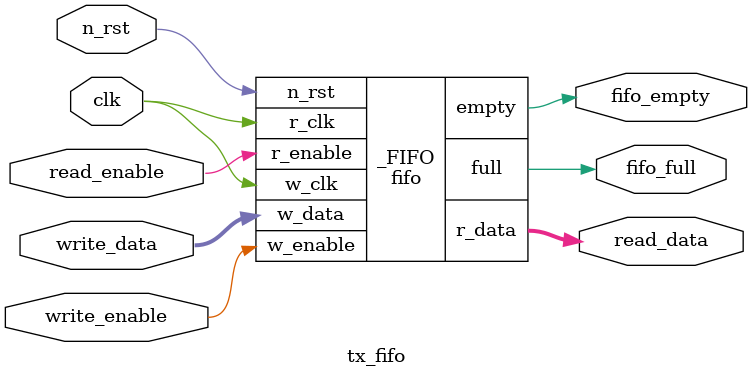
<source format=v>

module fiforam ( wclk, wenable, waddr, raddr, wdata, rdata );
  input [2:0] waddr;
  input [2:0] raddr;
  input [7:0] wdata;
  output [7:0] rdata;
  input wclk, wenable;
  wire   \fiforeg[0][7] , \fiforeg[0][6] , \fiforeg[0][5] , \fiforeg[0][4] ,
         \fiforeg[0][3] , \fiforeg[0][2] , \fiforeg[0][1] , \fiforeg[0][0] ,
         \fiforeg[1][7] , \fiforeg[1][6] , \fiforeg[1][5] , \fiforeg[1][4] ,
         \fiforeg[1][3] , \fiforeg[1][2] , \fiforeg[1][1] , \fiforeg[1][0] ,
         \fiforeg[2][7] , \fiforeg[2][6] , \fiforeg[2][5] , \fiforeg[2][4] ,
         \fiforeg[2][3] , \fiforeg[2][2] , \fiforeg[2][1] , \fiforeg[2][0] ,
         \fiforeg[3][7] , \fiforeg[3][6] , \fiforeg[3][5] , \fiforeg[3][4] ,
         \fiforeg[3][3] , \fiforeg[3][2] , \fiforeg[3][1] , \fiforeg[3][0] ,
         \fiforeg[4][7] , \fiforeg[4][6] , \fiforeg[4][5] , \fiforeg[4][4] ,
         \fiforeg[4][3] , \fiforeg[4][2] , \fiforeg[4][1] , \fiforeg[4][0] ,
         \fiforeg[5][7] , \fiforeg[5][6] , \fiforeg[5][5] , \fiforeg[5][4] ,
         \fiforeg[5][3] , \fiforeg[5][2] , \fiforeg[5][1] , \fiforeg[5][0] ,
         \fiforeg[6][7] , \fiforeg[6][6] , \fiforeg[6][5] , \fiforeg[6][4] ,
         \fiforeg[6][3] , \fiforeg[6][2] , \fiforeg[6][1] , \fiforeg[6][0] ,
         \fiforeg[7][7] , \fiforeg[7][6] , \fiforeg[7][5] , \fiforeg[7][4] ,
         \fiforeg[7][3] , \fiforeg[7][2] , \fiforeg[7][1] , \fiforeg[7][0] ,
         n212, n213, n214, n215, n216, n217, n218, n219, n220, n221, n222,
         n223, n224, n225, n226, n227, n228, n229, n230, n231, n232, n233,
         n234, n235, n236, n237, n238, n239, n240, n241, n242, n243, n244,
         n245, n246, n247, n248, n249, n250, n251, n252, n253, n254, n255,
         n256, n257, n258, n259, n260, n261, n262, n263, n264, n265, n266,
         n267, n268, n269, n270, n271, n272, n273, n274, n275, n1, n2, n3, n4,
         n5, n6, n7, n8, n9, n10, n11, n12, n13, n14, n15, n16, n17, n18, n19,
         n20, n21, n22, n23, n24, n25, n26, n27, n28, n29, n30, n31, n32, n33,
         n34, n35, n36, n37, n38, n39, n40, n41, n42, n43, n44, n45, n46, n47,
         n48, n49, n50, n51, n52, n53, n54, n55, n56, n57, n58, n59, n60, n61,
         n62, n63, n64, n65, n66, n67, n68, n69, n70, n71, n72, n73, n74, n75,
         n76, n77, n78, n79, n80, n81, n82, n83, n84, n85, n86, n87, n88, n89,
         n90, n91, n92, n93, n94, n95, n96, n97, n98, n99, n100, n101, n102,
         n103, n104, n105, n106, n107, n108, n109, n110, n111, n112, n113,
         n114, n115, n116, n117, n118, n119, n120, n121, n122, n123, n124,
         n125, n126, n127, n128, n129, n130, n131, n132, n133, n134, n135,
         n136, n137, n138, n139, n140, n141, n142, n143, n144, n145, n146,
         n147, n148, n149, n150, n151, n152, n153, n154, n155, n156, n157,
         n158, n159, n160, n161, n162, n163, n164, n165, n166, n167, n168,
         n169, n170, n171, n172, n173, n174, n175, n176, n177, n178, n179,
         n180, n181, n182, n183, n184, n185, n186, n187, n188, n189, n190,
         n191, n192, n193, n194;

  DFFPOSX1 \fiforeg_reg[7][7]  ( .D(n212), .CLK(wclk), .Q(\fiforeg[7][7] ) );
  DFFPOSX1 \fiforeg_reg[6][7]  ( .D(n213), .CLK(wclk), .Q(\fiforeg[6][7] ) );
  DFFPOSX1 \fiforeg_reg[5][7]  ( .D(n214), .CLK(wclk), .Q(\fiforeg[5][7] ) );
  DFFPOSX1 \fiforeg_reg[4][7]  ( .D(n215), .CLK(wclk), .Q(\fiforeg[4][7] ) );
  DFFPOSX1 \fiforeg_reg[3][7]  ( .D(n216), .CLK(wclk), .Q(\fiforeg[3][7] ) );
  DFFPOSX1 \fiforeg_reg[2][7]  ( .D(n217), .CLK(wclk), .Q(\fiforeg[2][7] ) );
  DFFPOSX1 \fiforeg_reg[1][7]  ( .D(n218), .CLK(wclk), .Q(\fiforeg[1][7] ) );
  DFFPOSX1 \fiforeg_reg[0][7]  ( .D(n219), .CLK(wclk), .Q(\fiforeg[0][7] ) );
  DFFPOSX1 \fiforeg_reg[7][6]  ( .D(n220), .CLK(wclk), .Q(\fiforeg[7][6] ) );
  DFFPOSX1 \fiforeg_reg[6][6]  ( .D(n221), .CLK(wclk), .Q(\fiforeg[6][6] ) );
  DFFPOSX1 \fiforeg_reg[5][6]  ( .D(n222), .CLK(wclk), .Q(\fiforeg[5][6] ) );
  DFFPOSX1 \fiforeg_reg[4][6]  ( .D(n223), .CLK(wclk), .Q(\fiforeg[4][6] ) );
  DFFPOSX1 \fiforeg_reg[3][6]  ( .D(n224), .CLK(wclk), .Q(\fiforeg[3][6] ) );
  DFFPOSX1 \fiforeg_reg[2][6]  ( .D(n225), .CLK(wclk), .Q(\fiforeg[2][6] ) );
  DFFPOSX1 \fiforeg_reg[1][6]  ( .D(n226), .CLK(wclk), .Q(\fiforeg[1][6] ) );
  DFFPOSX1 \fiforeg_reg[0][6]  ( .D(n227), .CLK(wclk), .Q(\fiforeg[0][6] ) );
  DFFPOSX1 \fiforeg_reg[7][5]  ( .D(n228), .CLK(wclk), .Q(\fiforeg[7][5] ) );
  DFFPOSX1 \fiforeg_reg[6][5]  ( .D(n229), .CLK(wclk), .Q(\fiforeg[6][5] ) );
  DFFPOSX1 \fiforeg_reg[5][5]  ( .D(n230), .CLK(wclk), .Q(\fiforeg[5][5] ) );
  DFFPOSX1 \fiforeg_reg[4][5]  ( .D(n231), .CLK(wclk), .Q(\fiforeg[4][5] ) );
  DFFPOSX1 \fiforeg_reg[3][5]  ( .D(n232), .CLK(wclk), .Q(\fiforeg[3][5] ) );
  DFFPOSX1 \fiforeg_reg[2][5]  ( .D(n233), .CLK(wclk), .Q(\fiforeg[2][5] ) );
  DFFPOSX1 \fiforeg_reg[1][5]  ( .D(n234), .CLK(wclk), .Q(\fiforeg[1][5] ) );
  DFFPOSX1 \fiforeg_reg[0][5]  ( .D(n235), .CLK(wclk), .Q(\fiforeg[0][5] ) );
  DFFPOSX1 \fiforeg_reg[7][4]  ( .D(n236), .CLK(wclk), .Q(\fiforeg[7][4] ) );
  DFFPOSX1 \fiforeg_reg[6][4]  ( .D(n237), .CLK(wclk), .Q(\fiforeg[6][4] ) );
  DFFPOSX1 \fiforeg_reg[5][4]  ( .D(n238), .CLK(wclk), .Q(\fiforeg[5][4] ) );
  DFFPOSX1 \fiforeg_reg[4][4]  ( .D(n239), .CLK(wclk), .Q(\fiforeg[4][4] ) );
  DFFPOSX1 \fiforeg_reg[3][4]  ( .D(n240), .CLK(wclk), .Q(\fiforeg[3][4] ) );
  DFFPOSX1 \fiforeg_reg[2][4]  ( .D(n241), .CLK(wclk), .Q(\fiforeg[2][4] ) );
  DFFPOSX1 \fiforeg_reg[1][4]  ( .D(n242), .CLK(wclk), .Q(\fiforeg[1][4] ) );
  DFFPOSX1 \fiforeg_reg[0][4]  ( .D(n243), .CLK(wclk), .Q(\fiforeg[0][4] ) );
  DFFPOSX1 \fiforeg_reg[7][3]  ( .D(n244), .CLK(wclk), .Q(\fiforeg[7][3] ) );
  DFFPOSX1 \fiforeg_reg[6][3]  ( .D(n245), .CLK(wclk), .Q(\fiforeg[6][3] ) );
  DFFPOSX1 \fiforeg_reg[5][3]  ( .D(n246), .CLK(wclk), .Q(\fiforeg[5][3] ) );
  DFFPOSX1 \fiforeg_reg[4][3]  ( .D(n247), .CLK(wclk), .Q(\fiforeg[4][3] ) );
  DFFPOSX1 \fiforeg_reg[3][3]  ( .D(n248), .CLK(wclk), .Q(\fiforeg[3][3] ) );
  DFFPOSX1 \fiforeg_reg[2][3]  ( .D(n249), .CLK(wclk), .Q(\fiforeg[2][3] ) );
  DFFPOSX1 \fiforeg_reg[1][3]  ( .D(n250), .CLK(wclk), .Q(\fiforeg[1][3] ) );
  DFFPOSX1 \fiforeg_reg[0][3]  ( .D(n251), .CLK(wclk), .Q(\fiforeg[0][3] ) );
  DFFPOSX1 \fiforeg_reg[7][2]  ( .D(n252), .CLK(wclk), .Q(\fiforeg[7][2] ) );
  DFFPOSX1 \fiforeg_reg[6][2]  ( .D(n253), .CLK(wclk), .Q(\fiforeg[6][2] ) );
  DFFPOSX1 \fiforeg_reg[5][2]  ( .D(n254), .CLK(wclk), .Q(\fiforeg[5][2] ) );
  DFFPOSX1 \fiforeg_reg[4][2]  ( .D(n255), .CLK(wclk), .Q(\fiforeg[4][2] ) );
  DFFPOSX1 \fiforeg_reg[3][2]  ( .D(n256), .CLK(wclk), .Q(\fiforeg[3][2] ) );
  DFFPOSX1 \fiforeg_reg[2][2]  ( .D(n257), .CLK(wclk), .Q(\fiforeg[2][2] ) );
  DFFPOSX1 \fiforeg_reg[1][2]  ( .D(n258), .CLK(wclk), .Q(\fiforeg[1][2] ) );
  DFFPOSX1 \fiforeg_reg[0][2]  ( .D(n259), .CLK(wclk), .Q(\fiforeg[0][2] ) );
  DFFPOSX1 \fiforeg_reg[7][1]  ( .D(n260), .CLK(wclk), .Q(\fiforeg[7][1] ) );
  DFFPOSX1 \fiforeg_reg[6][1]  ( .D(n261), .CLK(wclk), .Q(\fiforeg[6][1] ) );
  DFFPOSX1 \fiforeg_reg[5][1]  ( .D(n262), .CLK(wclk), .Q(\fiforeg[5][1] ) );
  DFFPOSX1 \fiforeg_reg[4][1]  ( .D(n263), .CLK(wclk), .Q(\fiforeg[4][1] ) );
  DFFPOSX1 \fiforeg_reg[3][1]  ( .D(n264), .CLK(wclk), .Q(\fiforeg[3][1] ) );
  DFFPOSX1 \fiforeg_reg[2][1]  ( .D(n265), .CLK(wclk), .Q(\fiforeg[2][1] ) );
  DFFPOSX1 \fiforeg_reg[1][1]  ( .D(n266), .CLK(wclk), .Q(\fiforeg[1][1] ) );
  DFFPOSX1 \fiforeg_reg[0][1]  ( .D(n267), .CLK(wclk), .Q(\fiforeg[0][1] ) );
  DFFPOSX1 \fiforeg_reg[7][0]  ( .D(n275), .CLK(wclk), .Q(\fiforeg[7][0] ) );
  DFFPOSX1 \fiforeg_reg[6][0]  ( .D(n268), .CLK(wclk), .Q(\fiforeg[6][0] ) );
  DFFPOSX1 \fiforeg_reg[5][0]  ( .D(n269), .CLK(wclk), .Q(\fiforeg[5][0] ) );
  DFFPOSX1 \fiforeg_reg[4][0]  ( .D(n270), .CLK(wclk), .Q(\fiforeg[4][0] ) );
  DFFPOSX1 \fiforeg_reg[3][0]  ( .D(n271), .CLK(wclk), .Q(\fiforeg[3][0] ) );
  DFFPOSX1 \fiforeg_reg[2][0]  ( .D(n272), .CLK(wclk), .Q(\fiforeg[2][0] ) );
  DFFPOSX1 \fiforeg_reg[1][0]  ( .D(n273), .CLK(wclk), .Q(\fiforeg[1][0] ) );
  DFFPOSX1 \fiforeg_reg[0][0]  ( .D(n274), .CLK(wclk), .Q(\fiforeg[0][0] ) );
  BUFX2 U2 ( .A(n98), .Y(n1) );
  BUFX2 U3 ( .A(n96), .Y(n2) );
  BUFX2 U4 ( .A(n97), .Y(n3) );
  BUFX2 U5 ( .A(n95), .Y(n4) );
  NAND3X1 U6 ( .A(n5), .B(n6), .C(n7), .Y(rdata[7]) );
  NOR2X1 U7 ( .A(n8), .B(n9), .Y(n7) );
  OAI22X1 U8 ( .A(n10), .B(n11), .C(n12), .D(n13), .Y(n9) );
  OAI22X1 U9 ( .A(n14), .B(n15), .C(n16), .D(n17), .Y(n8) );
  AOI22X1 U10 ( .A(\fiforeg[5][7] ), .B(n18), .C(\fiforeg[4][7] ), .D(n19), 
        .Y(n6) );
  AOI22X1 U11 ( .A(\fiforeg[7][7] ), .B(n20), .C(\fiforeg[6][7] ), .D(n21), 
        .Y(n5) );
  NAND3X1 U12 ( .A(n22), .B(n23), .C(n24), .Y(rdata[6]) );
  NOR2X1 U13 ( .A(n25), .B(n26), .Y(n24) );
  OAI22X1 U14 ( .A(n10), .B(n27), .C(n12), .D(n28), .Y(n26) );
  OAI22X1 U15 ( .A(n14), .B(n29), .C(n16), .D(n30), .Y(n25) );
  AOI22X1 U16 ( .A(\fiforeg[5][6] ), .B(n18), .C(\fiforeg[4][6] ), .D(n19), 
        .Y(n23) );
  AOI22X1 U17 ( .A(\fiforeg[7][6] ), .B(n20), .C(\fiforeg[6][6] ), .D(n21), 
        .Y(n22) );
  NAND3X1 U18 ( .A(n31), .B(n32), .C(n33), .Y(rdata[5]) );
  NOR2X1 U19 ( .A(n34), .B(n35), .Y(n33) );
  OAI22X1 U20 ( .A(n10), .B(n36), .C(n12), .D(n37), .Y(n35) );
  OAI22X1 U21 ( .A(n14), .B(n38), .C(n16), .D(n39), .Y(n34) );
  AOI22X1 U22 ( .A(\fiforeg[5][5] ), .B(n18), .C(\fiforeg[4][5] ), .D(n19), 
        .Y(n32) );
  AOI22X1 U23 ( .A(\fiforeg[7][5] ), .B(n20), .C(\fiforeg[6][5] ), .D(n21), 
        .Y(n31) );
  NAND3X1 U24 ( .A(n40), .B(n41), .C(n42), .Y(rdata[4]) );
  NOR2X1 U25 ( .A(n43), .B(n44), .Y(n42) );
  OAI22X1 U26 ( .A(n10), .B(n45), .C(n12), .D(n46), .Y(n44) );
  OAI22X1 U27 ( .A(n14), .B(n47), .C(n16), .D(n48), .Y(n43) );
  AOI22X1 U28 ( .A(\fiforeg[5][4] ), .B(n18), .C(\fiforeg[4][4] ), .D(n19), 
        .Y(n41) );
  AOI22X1 U29 ( .A(\fiforeg[7][4] ), .B(n20), .C(\fiforeg[6][4] ), .D(n21), 
        .Y(n40) );
  NAND3X1 U30 ( .A(n49), .B(n50), .C(n51), .Y(rdata[3]) );
  NOR2X1 U31 ( .A(n52), .B(n53), .Y(n51) );
  OAI22X1 U32 ( .A(n10), .B(n54), .C(n12), .D(n55), .Y(n53) );
  OAI22X1 U33 ( .A(n14), .B(n56), .C(n16), .D(n57), .Y(n52) );
  AOI22X1 U34 ( .A(\fiforeg[5][3] ), .B(n18), .C(\fiforeg[4][3] ), .D(n19), 
        .Y(n50) );
  AOI22X1 U35 ( .A(\fiforeg[7][3] ), .B(n20), .C(\fiforeg[6][3] ), .D(n21), 
        .Y(n49) );
  NAND3X1 U36 ( .A(n58), .B(n59), .C(n60), .Y(rdata[2]) );
  NOR2X1 U37 ( .A(n61), .B(n62), .Y(n60) );
  OAI22X1 U38 ( .A(n10), .B(n63), .C(n12), .D(n64), .Y(n62) );
  OAI22X1 U39 ( .A(n14), .B(n65), .C(n16), .D(n66), .Y(n61) );
  AOI22X1 U40 ( .A(\fiforeg[5][2] ), .B(n18), .C(\fiforeg[4][2] ), .D(n19), 
        .Y(n59) );
  AOI22X1 U41 ( .A(\fiforeg[7][2] ), .B(n20), .C(\fiforeg[6][2] ), .D(n21), 
        .Y(n58) );
  NAND3X1 U42 ( .A(n67), .B(n68), .C(n69), .Y(rdata[1]) );
  NOR2X1 U43 ( .A(n70), .B(n71), .Y(n69) );
  OAI22X1 U44 ( .A(n10), .B(n72), .C(n12), .D(n73), .Y(n71) );
  OAI22X1 U45 ( .A(n14), .B(n74), .C(n16), .D(n75), .Y(n70) );
  AOI22X1 U46 ( .A(\fiforeg[5][1] ), .B(n18), .C(\fiforeg[4][1] ), .D(n19), 
        .Y(n68) );
  AOI22X1 U47 ( .A(\fiforeg[7][1] ), .B(n20), .C(\fiforeg[6][1] ), .D(n21), 
        .Y(n67) );
  NAND3X1 U48 ( .A(n76), .B(n77), .C(n78), .Y(rdata[0]) );
  NOR2X1 U49 ( .A(n79), .B(n80), .Y(n78) );
  OAI22X1 U50 ( .A(n10), .B(n81), .C(n12), .D(n82), .Y(n80) );
  NAND3X1 U51 ( .A(n83), .B(n84), .C(n85), .Y(n12) );
  NAND3X1 U52 ( .A(n83), .B(n84), .C(raddr[0]), .Y(n10) );
  OAI22X1 U53 ( .A(n14), .B(n86), .C(n16), .D(n87), .Y(n79) );
  NAND3X1 U54 ( .A(n85), .B(n84), .C(raddr[1]), .Y(n16) );
  NAND3X1 U55 ( .A(raddr[0]), .B(n84), .C(raddr[1]), .Y(n14) );
  INVX1 U56 ( .A(raddr[2]), .Y(n84) );
  AOI22X1 U57 ( .A(\fiforeg[5][0] ), .B(n18), .C(\fiforeg[4][0] ), .D(n19), 
        .Y(n77) );
  INVX1 U58 ( .A(n88), .Y(n19) );
  NAND3X1 U59 ( .A(n85), .B(n83), .C(raddr[2]), .Y(n88) );
  INVX1 U60 ( .A(n89), .Y(n18) );
  NAND3X1 U61 ( .A(raddr[0]), .B(n83), .C(raddr[2]), .Y(n89) );
  INVX1 U62 ( .A(raddr[1]), .Y(n83) );
  AOI22X1 U63 ( .A(\fiforeg[7][0] ), .B(n20), .C(\fiforeg[6][0] ), .D(n21), 
        .Y(n76) );
  INVX1 U64 ( .A(n90), .Y(n21) );
  NAND3X1 U65 ( .A(raddr[2]), .B(n85), .C(raddr[1]), .Y(n90) );
  INVX1 U66 ( .A(raddr[0]), .Y(n85) );
  INVX1 U67 ( .A(n91), .Y(n20) );
  NAND3X1 U68 ( .A(raddr[2]), .B(raddr[0]), .C(raddr[1]), .Y(n91) );
  MUX2X1 U69 ( .B(n92), .A(n93), .S(n94), .Y(n275) );
  INVX1 U70 ( .A(\fiforeg[7][0] ), .Y(n93) );
  MUX2X1 U71 ( .B(n92), .A(n82), .S(n4), .Y(n274) );
  MUX2X1 U72 ( .B(n92), .A(n81), .S(n2), .Y(n273) );
  MUX2X1 U73 ( .B(n92), .A(n87), .S(n3), .Y(n272) );
  MUX2X1 U74 ( .B(n92), .A(n86), .S(n1), .Y(n271) );
  MUX2X1 U75 ( .B(n92), .A(n99), .S(n100), .Y(n270) );
  INVX1 U76 ( .A(\fiforeg[4][0] ), .Y(n99) );
  MUX2X1 U77 ( .B(n92), .A(n101), .S(n102), .Y(n269) );
  INVX1 U78 ( .A(\fiforeg[5][0] ), .Y(n101) );
  MUX2X1 U79 ( .B(n92), .A(n103), .S(n104), .Y(n268) );
  INVX1 U80 ( .A(\fiforeg[6][0] ), .Y(n103) );
  MUX2X1 U81 ( .B(n105), .A(wdata[0]), .S(wenable), .Y(n92) );
  NAND3X1 U82 ( .A(n106), .B(n107), .C(n108), .Y(n105) );
  NOR2X1 U83 ( .A(n109), .B(n110), .Y(n108) );
  OAI22X1 U84 ( .A(n81), .B(n2), .C(n82), .D(n4), .Y(n110) );
  INVX1 U85 ( .A(\fiforeg[0][0] ), .Y(n82) );
  INVX1 U86 ( .A(\fiforeg[1][0] ), .Y(n81) );
  OAI22X1 U87 ( .A(n86), .B(n1), .C(n87), .D(n3), .Y(n109) );
  INVX1 U88 ( .A(\fiforeg[2][0] ), .Y(n87) );
  INVX1 U89 ( .A(\fiforeg[3][0] ), .Y(n86) );
  AOI22X1 U90 ( .A(n111), .B(\fiforeg[6][0] ), .C(n112), .D(\fiforeg[4][0] ), 
        .Y(n107) );
  AOI22X1 U91 ( .A(n113), .B(\fiforeg[5][0] ), .C(n114), .D(\fiforeg[7][0] ), 
        .Y(n106) );
  MUX2X1 U92 ( .B(n115), .A(n73), .S(n4), .Y(n267) );
  MUX2X1 U93 ( .B(n115), .A(n72), .S(n2), .Y(n266) );
  MUX2X1 U94 ( .B(n115), .A(n75), .S(n3), .Y(n265) );
  MUX2X1 U95 ( .B(n115), .A(n74), .S(n1), .Y(n264) );
  MUX2X1 U96 ( .B(n115), .A(n116), .S(n100), .Y(n263) );
  INVX1 U97 ( .A(\fiforeg[4][1] ), .Y(n116) );
  MUX2X1 U98 ( .B(n115), .A(n117), .S(n102), .Y(n262) );
  INVX1 U99 ( .A(\fiforeg[5][1] ), .Y(n117) );
  MUX2X1 U100 ( .B(n115), .A(n118), .S(n104), .Y(n261) );
  INVX1 U101 ( .A(\fiforeg[6][1] ), .Y(n118) );
  MUX2X1 U102 ( .B(n115), .A(n119), .S(n94), .Y(n260) );
  INVX1 U103 ( .A(\fiforeg[7][1] ), .Y(n119) );
  MUX2X1 U104 ( .B(n120), .A(wdata[1]), .S(wenable), .Y(n115) );
  NAND3X1 U105 ( .A(n121), .B(n122), .C(n123), .Y(n120) );
  NOR2X1 U106 ( .A(n124), .B(n125), .Y(n123) );
  OAI22X1 U107 ( .A(n72), .B(n2), .C(n73), .D(n4), .Y(n125) );
  INVX1 U108 ( .A(\fiforeg[0][1] ), .Y(n73) );
  INVX1 U109 ( .A(\fiforeg[1][1] ), .Y(n72) );
  OAI22X1 U110 ( .A(n74), .B(n1), .C(n75), .D(n3), .Y(n124) );
  INVX1 U111 ( .A(\fiforeg[2][1] ), .Y(n75) );
  INVX1 U112 ( .A(\fiforeg[3][1] ), .Y(n74) );
  AOI22X1 U113 ( .A(n111), .B(\fiforeg[6][1] ), .C(n112), .D(\fiforeg[4][1] ), 
        .Y(n122) );
  AOI22X1 U114 ( .A(n113), .B(\fiforeg[5][1] ), .C(n114), .D(\fiforeg[7][1] ), 
        .Y(n121) );
  MUX2X1 U115 ( .B(n126), .A(n64), .S(n4), .Y(n259) );
  MUX2X1 U116 ( .B(n126), .A(n63), .S(n2), .Y(n258) );
  MUX2X1 U117 ( .B(n126), .A(n66), .S(n3), .Y(n257) );
  MUX2X1 U118 ( .B(n126), .A(n65), .S(n1), .Y(n256) );
  MUX2X1 U119 ( .B(n126), .A(n127), .S(n100), .Y(n255) );
  INVX1 U120 ( .A(\fiforeg[4][2] ), .Y(n127) );
  MUX2X1 U121 ( .B(n126), .A(n128), .S(n102), .Y(n254) );
  INVX1 U122 ( .A(\fiforeg[5][2] ), .Y(n128) );
  MUX2X1 U123 ( .B(n126), .A(n129), .S(n104), .Y(n253) );
  INVX1 U124 ( .A(\fiforeg[6][2] ), .Y(n129) );
  MUX2X1 U125 ( .B(n126), .A(n130), .S(n94), .Y(n252) );
  INVX1 U126 ( .A(\fiforeg[7][2] ), .Y(n130) );
  MUX2X1 U127 ( .B(n131), .A(wdata[2]), .S(wenable), .Y(n126) );
  NAND3X1 U128 ( .A(n132), .B(n133), .C(n134), .Y(n131) );
  NOR2X1 U129 ( .A(n135), .B(n136), .Y(n134) );
  OAI22X1 U130 ( .A(n63), .B(n2), .C(n64), .D(n4), .Y(n136) );
  INVX1 U131 ( .A(\fiforeg[0][2] ), .Y(n64) );
  INVX1 U132 ( .A(\fiforeg[1][2] ), .Y(n63) );
  OAI22X1 U133 ( .A(n65), .B(n1), .C(n66), .D(n3), .Y(n135) );
  INVX1 U134 ( .A(\fiforeg[2][2] ), .Y(n66) );
  INVX1 U135 ( .A(\fiforeg[3][2] ), .Y(n65) );
  AOI22X1 U136 ( .A(n111), .B(\fiforeg[6][2] ), .C(n112), .D(\fiforeg[4][2] ), 
        .Y(n133) );
  AOI22X1 U137 ( .A(n113), .B(\fiforeg[5][2] ), .C(n114), .D(\fiforeg[7][2] ), 
        .Y(n132) );
  MUX2X1 U138 ( .B(n137), .A(n55), .S(n4), .Y(n251) );
  MUX2X1 U139 ( .B(n137), .A(n54), .S(n2), .Y(n250) );
  MUX2X1 U140 ( .B(n137), .A(n57), .S(n3), .Y(n249) );
  MUX2X1 U141 ( .B(n137), .A(n56), .S(n1), .Y(n248) );
  MUX2X1 U142 ( .B(n137), .A(n138), .S(n100), .Y(n247) );
  INVX1 U143 ( .A(\fiforeg[4][3] ), .Y(n138) );
  MUX2X1 U144 ( .B(n137), .A(n139), .S(n102), .Y(n246) );
  INVX1 U145 ( .A(\fiforeg[5][3] ), .Y(n139) );
  MUX2X1 U146 ( .B(n137), .A(n140), .S(n104), .Y(n245) );
  INVX1 U147 ( .A(\fiforeg[6][3] ), .Y(n140) );
  MUX2X1 U148 ( .B(n137), .A(n141), .S(n94), .Y(n244) );
  INVX1 U149 ( .A(\fiforeg[7][3] ), .Y(n141) );
  MUX2X1 U150 ( .B(n142), .A(wdata[3]), .S(wenable), .Y(n137) );
  NAND3X1 U151 ( .A(n143), .B(n144), .C(n145), .Y(n142) );
  NOR2X1 U152 ( .A(n146), .B(n147), .Y(n145) );
  OAI22X1 U153 ( .A(n54), .B(n2), .C(n55), .D(n4), .Y(n147) );
  INVX1 U154 ( .A(\fiforeg[0][3] ), .Y(n55) );
  INVX1 U155 ( .A(\fiforeg[1][3] ), .Y(n54) );
  OAI22X1 U156 ( .A(n56), .B(n1), .C(n57), .D(n3), .Y(n146) );
  INVX1 U157 ( .A(\fiforeg[2][3] ), .Y(n57) );
  INVX1 U158 ( .A(\fiforeg[3][3] ), .Y(n56) );
  AOI22X1 U159 ( .A(n111), .B(\fiforeg[6][3] ), .C(n112), .D(\fiforeg[4][3] ), 
        .Y(n144) );
  AOI22X1 U160 ( .A(n113), .B(\fiforeg[5][3] ), .C(n114), .D(\fiforeg[7][3] ), 
        .Y(n143) );
  MUX2X1 U161 ( .B(n148), .A(n46), .S(n4), .Y(n243) );
  MUX2X1 U162 ( .B(n148), .A(n45), .S(n2), .Y(n242) );
  MUX2X1 U163 ( .B(n148), .A(n48), .S(n3), .Y(n241) );
  MUX2X1 U164 ( .B(n148), .A(n47), .S(n1), .Y(n240) );
  MUX2X1 U165 ( .B(n148), .A(n149), .S(n100), .Y(n239) );
  INVX1 U166 ( .A(\fiforeg[4][4] ), .Y(n149) );
  MUX2X1 U167 ( .B(n148), .A(n150), .S(n102), .Y(n238) );
  INVX1 U168 ( .A(\fiforeg[5][4] ), .Y(n150) );
  MUX2X1 U169 ( .B(n148), .A(n151), .S(n104), .Y(n237) );
  INVX1 U170 ( .A(\fiforeg[6][4] ), .Y(n151) );
  MUX2X1 U171 ( .B(n148), .A(n152), .S(n94), .Y(n236) );
  INVX1 U172 ( .A(\fiforeg[7][4] ), .Y(n152) );
  MUX2X1 U173 ( .B(n153), .A(wdata[4]), .S(wenable), .Y(n148) );
  NAND3X1 U174 ( .A(n154), .B(n155), .C(n156), .Y(n153) );
  NOR2X1 U175 ( .A(n157), .B(n158), .Y(n156) );
  OAI22X1 U176 ( .A(n45), .B(n2), .C(n46), .D(n4), .Y(n158) );
  INVX1 U177 ( .A(\fiforeg[0][4] ), .Y(n46) );
  INVX1 U178 ( .A(\fiforeg[1][4] ), .Y(n45) );
  OAI22X1 U179 ( .A(n47), .B(n1), .C(n48), .D(n3), .Y(n157) );
  INVX1 U180 ( .A(\fiforeg[2][4] ), .Y(n48) );
  INVX1 U181 ( .A(\fiforeg[3][4] ), .Y(n47) );
  AOI22X1 U182 ( .A(n111), .B(\fiforeg[6][4] ), .C(n112), .D(\fiforeg[4][4] ), 
        .Y(n155) );
  AOI22X1 U183 ( .A(n113), .B(\fiforeg[5][4] ), .C(n114), .D(\fiforeg[7][4] ), 
        .Y(n154) );
  MUX2X1 U184 ( .B(n159), .A(n37), .S(n4), .Y(n235) );
  MUX2X1 U185 ( .B(n159), .A(n36), .S(n2), .Y(n234) );
  MUX2X1 U186 ( .B(n159), .A(n39), .S(n3), .Y(n233) );
  MUX2X1 U187 ( .B(n159), .A(n38), .S(n1), .Y(n232) );
  MUX2X1 U188 ( .B(n159), .A(n160), .S(n100), .Y(n231) );
  INVX1 U189 ( .A(\fiforeg[4][5] ), .Y(n160) );
  MUX2X1 U190 ( .B(n159), .A(n161), .S(n102), .Y(n230) );
  INVX1 U191 ( .A(\fiforeg[5][5] ), .Y(n161) );
  MUX2X1 U192 ( .B(n159), .A(n162), .S(n104), .Y(n229) );
  INVX1 U193 ( .A(\fiforeg[6][5] ), .Y(n162) );
  MUX2X1 U194 ( .B(n159), .A(n163), .S(n94), .Y(n228) );
  INVX1 U195 ( .A(\fiforeg[7][5] ), .Y(n163) );
  MUX2X1 U196 ( .B(n164), .A(wdata[5]), .S(wenable), .Y(n159) );
  NAND3X1 U197 ( .A(n165), .B(n166), .C(n167), .Y(n164) );
  NOR2X1 U198 ( .A(n168), .B(n169), .Y(n167) );
  OAI22X1 U199 ( .A(n36), .B(n2), .C(n37), .D(n4), .Y(n169) );
  INVX1 U200 ( .A(\fiforeg[0][5] ), .Y(n37) );
  INVX1 U201 ( .A(\fiforeg[1][5] ), .Y(n36) );
  OAI22X1 U202 ( .A(n38), .B(n1), .C(n39), .D(n3), .Y(n168) );
  INVX1 U203 ( .A(\fiforeg[2][5] ), .Y(n39) );
  INVX1 U204 ( .A(\fiforeg[3][5] ), .Y(n38) );
  AOI22X1 U205 ( .A(n111), .B(\fiforeg[6][5] ), .C(n112), .D(\fiforeg[4][5] ), 
        .Y(n166) );
  AOI22X1 U206 ( .A(n113), .B(\fiforeg[5][5] ), .C(n114), .D(\fiforeg[7][5] ), 
        .Y(n165) );
  MUX2X1 U207 ( .B(n170), .A(n28), .S(n4), .Y(n227) );
  MUX2X1 U208 ( .B(n170), .A(n27), .S(n2), .Y(n226) );
  MUX2X1 U209 ( .B(n170), .A(n30), .S(n3), .Y(n225) );
  MUX2X1 U210 ( .B(n170), .A(n29), .S(n1), .Y(n224) );
  MUX2X1 U211 ( .B(n170), .A(n171), .S(n100), .Y(n223) );
  INVX1 U212 ( .A(\fiforeg[4][6] ), .Y(n171) );
  MUX2X1 U213 ( .B(n170), .A(n172), .S(n102), .Y(n222) );
  INVX1 U214 ( .A(\fiforeg[5][6] ), .Y(n172) );
  MUX2X1 U215 ( .B(n170), .A(n173), .S(n104), .Y(n221) );
  INVX1 U216 ( .A(\fiforeg[6][6] ), .Y(n173) );
  MUX2X1 U217 ( .B(n170), .A(n174), .S(n94), .Y(n220) );
  INVX1 U218 ( .A(\fiforeg[7][6] ), .Y(n174) );
  MUX2X1 U219 ( .B(n175), .A(wdata[6]), .S(wenable), .Y(n170) );
  NAND3X1 U220 ( .A(n176), .B(n177), .C(n178), .Y(n175) );
  NOR2X1 U221 ( .A(n179), .B(n180), .Y(n178) );
  OAI22X1 U222 ( .A(n27), .B(n2), .C(n28), .D(n4), .Y(n180) );
  INVX1 U223 ( .A(\fiforeg[0][6] ), .Y(n28) );
  INVX1 U224 ( .A(\fiforeg[1][6] ), .Y(n27) );
  OAI22X1 U225 ( .A(n29), .B(n1), .C(n30), .D(n3), .Y(n179) );
  INVX1 U226 ( .A(\fiforeg[2][6] ), .Y(n30) );
  INVX1 U227 ( .A(\fiforeg[3][6] ), .Y(n29) );
  AOI22X1 U228 ( .A(n111), .B(\fiforeg[6][6] ), .C(n112), .D(\fiforeg[4][6] ), 
        .Y(n177) );
  AOI22X1 U229 ( .A(n113), .B(\fiforeg[5][6] ), .C(n114), .D(\fiforeg[7][6] ), 
        .Y(n176) );
  MUX2X1 U230 ( .B(n181), .A(n13), .S(n4), .Y(n219) );
  MUX2X1 U231 ( .B(n181), .A(n11), .S(n2), .Y(n218) );
  MUX2X1 U232 ( .B(n181), .A(n17), .S(n3), .Y(n217) );
  MUX2X1 U233 ( .B(n181), .A(n15), .S(n1), .Y(n216) );
  MUX2X1 U234 ( .B(n181), .A(n182), .S(n100), .Y(n215) );
  INVX1 U235 ( .A(\fiforeg[4][7] ), .Y(n182) );
  MUX2X1 U236 ( .B(n181), .A(n183), .S(n102), .Y(n214) );
  INVX1 U237 ( .A(\fiforeg[5][7] ), .Y(n183) );
  MUX2X1 U238 ( .B(n181), .A(n184), .S(n104), .Y(n213) );
  INVX1 U239 ( .A(\fiforeg[6][7] ), .Y(n184) );
  MUX2X1 U240 ( .B(n181), .A(n185), .S(n94), .Y(n212) );
  INVX1 U241 ( .A(\fiforeg[7][7] ), .Y(n185) );
  MUX2X1 U242 ( .B(n186), .A(wdata[7]), .S(wenable), .Y(n181) );
  NAND3X1 U243 ( .A(n187), .B(n188), .C(n189), .Y(n186) );
  NOR2X1 U244 ( .A(n190), .B(n191), .Y(n189) );
  OAI22X1 U245 ( .A(n11), .B(n2), .C(n13), .D(n4), .Y(n191) );
  NAND3X1 U246 ( .A(n192), .B(n193), .C(n194), .Y(n95) );
  INVX1 U247 ( .A(\fiforeg[0][7] ), .Y(n13) );
  NAND3X1 U248 ( .A(n192), .B(n193), .C(waddr[0]), .Y(n96) );
  INVX1 U249 ( .A(\fiforeg[1][7] ), .Y(n11) );
  OAI22X1 U250 ( .A(n15), .B(n1), .C(n17), .D(n3), .Y(n190) );
  NAND3X1 U251 ( .A(n194), .B(n193), .C(waddr[1]), .Y(n97) );
  INVX1 U252 ( .A(\fiforeg[2][7] ), .Y(n17) );
  NAND3X1 U253 ( .A(waddr[0]), .B(n193), .C(waddr[1]), .Y(n98) );
  INVX1 U254 ( .A(waddr[2]), .Y(n193) );
  INVX1 U255 ( .A(\fiforeg[3][7] ), .Y(n15) );
  AOI22X1 U256 ( .A(n111), .B(\fiforeg[6][7] ), .C(n112), .D(\fiforeg[4][7] ), 
        .Y(n188) );
  INVX1 U257 ( .A(n100), .Y(n112) );
  NAND3X1 U258 ( .A(n194), .B(n192), .C(waddr[2]), .Y(n100) );
  INVX1 U259 ( .A(n104), .Y(n111) );
  NAND3X1 U260 ( .A(waddr[1]), .B(n194), .C(waddr[2]), .Y(n104) );
  INVX1 U261 ( .A(waddr[0]), .Y(n194) );
  AOI22X1 U262 ( .A(n113), .B(\fiforeg[5][7] ), .C(n114), .D(\fiforeg[7][7] ), 
        .Y(n187) );
  INVX1 U263 ( .A(n94), .Y(n114) );
  NAND3X1 U264 ( .A(waddr[1]), .B(waddr[0]), .C(waddr[2]), .Y(n94) );
  INVX1 U265 ( .A(n102), .Y(n113) );
  NAND3X1 U266 ( .A(waddr[0]), .B(n192), .C(waddr[2]), .Y(n102) );
  INVX1 U267 ( .A(waddr[1]), .Y(n192) );
endmodule


module write_ptr ( wclk, rst_n, wenable, wptr, wptr_nxt );
  output [3:0] wptr;
  output [3:0] wptr_nxt;
  input wclk, rst_n, wenable;
  wire   n9, n10, n11, n12;
  wire   [2:0] binary_nxt;
  wire   [3:0] binary_r;

  DFFSR \binary_r_reg[0]  ( .D(binary_nxt[0]), .CLK(wclk), .R(rst_n), .S(1'b1), 
        .Q(binary_r[0]) );
  DFFSR \binary_r_reg[1]  ( .D(binary_nxt[1]), .CLK(wclk), .R(rst_n), .S(1'b1), 
        .Q(binary_r[1]) );
  DFFSR \binary_r_reg[2]  ( .D(binary_nxt[2]), .CLK(wclk), .R(rst_n), .S(1'b1), 
        .Q(binary_r[2]) );
  DFFSR \binary_r_reg[3]  ( .D(wptr_nxt[3]), .CLK(wclk), .R(rst_n), .S(1'b1), 
        .Q(binary_r[3]) );
  DFFSR \gray_r_reg[3]  ( .D(wptr_nxt[3]), .CLK(wclk), .R(rst_n), .S(1'b1), 
        .Q(wptr[3]) );
  DFFSR \gray_r_reg[2]  ( .D(wptr_nxt[2]), .CLK(wclk), .R(rst_n), .S(1'b1), 
        .Q(wptr[2]) );
  DFFSR \gray_r_reg[1]  ( .D(wptr_nxt[1]), .CLK(wclk), .R(rst_n), .S(1'b1), 
        .Q(wptr[1]) );
  DFFSR \gray_r_reg[0]  ( .D(wptr_nxt[0]), .CLK(wclk), .R(rst_n), .S(1'b1), 
        .Q(wptr[0]) );
  XOR2X1 U11 ( .A(wptr_nxt[3]), .B(binary_nxt[2]), .Y(wptr_nxt[2]) );
  XNOR2X1 U12 ( .A(n9), .B(binary_r[3]), .Y(wptr_nxt[3]) );
  NAND2X1 U13 ( .A(binary_r[2]), .B(n10), .Y(n9) );
  XOR2X1 U14 ( .A(binary_nxt[2]), .B(binary_nxt[1]), .Y(wptr_nxt[1]) );
  XOR2X1 U15 ( .A(binary_nxt[1]), .B(binary_nxt[0]), .Y(wptr_nxt[0]) );
  XOR2X1 U16 ( .A(n10), .B(binary_r[2]), .Y(binary_nxt[2]) );
  INVX1 U17 ( .A(n11), .Y(n10) );
  NAND3X1 U18 ( .A(binary_r[1]), .B(binary_r[0]), .C(wenable), .Y(n11) );
  XNOR2X1 U19 ( .A(n12), .B(binary_r[1]), .Y(binary_nxt[1]) );
  NAND2X1 U20 ( .A(wenable), .B(binary_r[0]), .Y(n12) );
  XOR2X1 U21 ( .A(binary_r[0]), .B(wenable), .Y(binary_nxt[0]) );
endmodule


module write_fifo_ctrl ( wclk, rst_n, wenable, rptr, wenable_fifo, wptr, waddr, 
        full_flag );
  input [3:0] rptr;
  output [3:0] wptr;
  output [2:0] waddr;
  input wclk, rst_n, wenable;
  output wenable_fifo, full_flag;
  wire   n22, \gray_wptr[2] , N5, n2, n3, n16, n17, n18, n19, n20, n21;
  wire   [3:0] wptr_nxt;
  wire   [3:0] wrptr_r2;
  wire   [3:0] wrptr_r1;

  write_ptr WPU1 ( .wclk(wclk), .rst_n(rst_n), .wenable(wenable_fifo), .wptr(
        wptr), .wptr_nxt(wptr_nxt) );
  DFFSR \wrptr_r1_reg[3]  ( .D(rptr[3]), .CLK(wclk), .R(rst_n), .S(1'b1), .Q(
        wrptr_r1[3]) );
  DFFSR \wrptr_r1_reg[2]  ( .D(rptr[2]), .CLK(wclk), .R(rst_n), .S(1'b1), .Q(
        wrptr_r1[2]) );
  DFFSR \wrptr_r1_reg[1]  ( .D(rptr[1]), .CLK(wclk), .R(rst_n), .S(1'b1), .Q(
        wrptr_r1[1]) );
  DFFSR \wrptr_r1_reg[0]  ( .D(rptr[0]), .CLK(wclk), .R(rst_n), .S(1'b1), .Q(
        wrptr_r1[0]) );
  DFFSR \wrptr_r2_reg[3]  ( .D(wrptr_r1[3]), .CLK(wclk), .R(rst_n), .S(1'b1), 
        .Q(wrptr_r2[3]) );
  DFFSR \wrptr_r2_reg[2]  ( .D(wrptr_r1[2]), .CLK(wclk), .R(rst_n), .S(1'b1), 
        .Q(wrptr_r2[2]) );
  DFFSR \wrptr_r2_reg[1]  ( .D(wrptr_r1[1]), .CLK(wclk), .R(rst_n), .S(1'b1), 
        .Q(wrptr_r2[1]) );
  DFFSR \wrptr_r2_reg[0]  ( .D(wrptr_r1[0]), .CLK(wclk), .R(rst_n), .S(1'b1), 
        .Q(wrptr_r2[0]) );
  DFFSR full_flag_r_reg ( .D(N5), .CLK(wclk), .R(rst_n), .S(1'b1), .Q(
        full_flag) );
  DFFSR \waddr_reg[2]  ( .D(\gray_wptr[2] ), .CLK(wclk), .R(rst_n), .S(1'b1), 
        .Q(waddr[2]) );
  DFFSR \waddr_reg[1]  ( .D(wptr_nxt[1]), .CLK(wclk), .R(rst_n), .S(1'b1), .Q(
        waddr[1]) );
  DFFSR \waddr_reg[0]  ( .D(wptr_nxt[0]), .CLK(wclk), .R(rst_n), .S(1'b1), .Q(
        waddr[0]) );
  BUFX2 U15 ( .A(n22), .Y(wenable_fifo) );
  NOR2X1 U16 ( .A(full_flag), .B(n2), .Y(n22) );
  INVX1 U17 ( .A(wenable), .Y(n2) );
  NOR2X1 U18 ( .A(n3), .B(n16), .Y(N5) );
  NAND2X1 U19 ( .A(n17), .B(n18), .Y(n16) );
  XOR2X1 U20 ( .A(n19), .B(\gray_wptr[2] ), .Y(n18) );
  XOR2X1 U21 ( .A(wptr_nxt[3]), .B(wptr_nxt[2]), .Y(\gray_wptr[2] ) );
  XNOR2X1 U22 ( .A(wrptr_r2[3]), .B(wrptr_r2[2]), .Y(n19) );
  XNOR2X1 U23 ( .A(wrptr_r2[1]), .B(wptr_nxt[1]), .Y(n17) );
  NAND2X1 U24 ( .A(n20), .B(n21), .Y(n3) );
  XOR2X1 U25 ( .A(wrptr_r2[3]), .B(wptr_nxt[3]), .Y(n21) );
  XNOR2X1 U26 ( .A(wrptr_r2[0]), .B(wptr_nxt[0]), .Y(n20) );
endmodule


module read_ptr ( rclk, rst_n, renable, rptr, rptr_nxt );
  output [3:0] rptr;
  output [3:0] rptr_nxt;
  input rclk, rst_n, renable;
  wire   n9, n10, n11, n12;
  wire   [2:0] binary_nxt;
  wire   [3:0] binary_r;

  DFFSR \binary_r_reg[0]  ( .D(binary_nxt[0]), .CLK(rclk), .R(rst_n), .S(1'b1), 
        .Q(binary_r[0]) );
  DFFSR \binary_r_reg[1]  ( .D(binary_nxt[1]), .CLK(rclk), .R(rst_n), .S(1'b1), 
        .Q(binary_r[1]) );
  DFFSR \binary_r_reg[2]  ( .D(binary_nxt[2]), .CLK(rclk), .R(rst_n), .S(1'b1), 
        .Q(binary_r[2]) );
  DFFSR \binary_r_reg[3]  ( .D(rptr_nxt[3]), .CLK(rclk), .R(rst_n), .S(1'b1), 
        .Q(binary_r[3]) );
  DFFSR \gray_r_reg[3]  ( .D(rptr_nxt[3]), .CLK(rclk), .R(rst_n), .S(1'b1), 
        .Q(rptr[3]) );
  DFFSR \gray_r_reg[2]  ( .D(rptr_nxt[2]), .CLK(rclk), .R(rst_n), .S(1'b1), 
        .Q(rptr[2]) );
  DFFSR \gray_r_reg[1]  ( .D(rptr_nxt[1]), .CLK(rclk), .R(rst_n), .S(1'b1), 
        .Q(rptr[1]) );
  DFFSR \gray_r_reg[0]  ( .D(rptr_nxt[0]), .CLK(rclk), .R(rst_n), .S(1'b1), 
        .Q(rptr[0]) );
  XOR2X1 U11 ( .A(rptr_nxt[3]), .B(binary_nxt[2]), .Y(rptr_nxt[2]) );
  XNOR2X1 U12 ( .A(n9), .B(binary_r[3]), .Y(rptr_nxt[3]) );
  NAND2X1 U13 ( .A(binary_r[2]), .B(n10), .Y(n9) );
  XOR2X1 U14 ( .A(binary_nxt[2]), .B(binary_nxt[1]), .Y(rptr_nxt[1]) );
  XOR2X1 U15 ( .A(binary_nxt[1]), .B(binary_nxt[0]), .Y(rptr_nxt[0]) );
  XOR2X1 U16 ( .A(n10), .B(binary_r[2]), .Y(binary_nxt[2]) );
  INVX1 U17 ( .A(n11), .Y(n10) );
  NAND3X1 U18 ( .A(binary_r[1]), .B(binary_r[0]), .C(renable), .Y(n11) );
  XNOR2X1 U19 ( .A(n12), .B(binary_r[1]), .Y(binary_nxt[1]) );
  NAND2X1 U20 ( .A(renable), .B(binary_r[0]), .Y(n12) );
  XOR2X1 U21 ( .A(binary_r[0]), .B(renable), .Y(binary_nxt[0]) );
endmodule


module read_fifo_ctrl ( rclk, rst_n, renable, wptr, rptr, raddr, empty_flag );
  input [3:0] wptr;
  output [3:0] rptr;
  output [2:0] raddr;
  input rclk, rst_n, renable;
  output empty_flag;
  wire   renable_p2, \gray_rptr[2] , N3, n1, n2, n3, n16, n17, n18, n19, n20;
  wire   [3:0] rptr_nxt;
  wire   [3:0] rwptr_r2;
  wire   [3:0] rwptr_r1;

  read_ptr RPU1 ( .rclk(rclk), .rst_n(rst_n), .renable(renable_p2), .rptr(rptr), .rptr_nxt(rptr_nxt) );
  DFFSR \rwptr_r1_reg[3]  ( .D(wptr[3]), .CLK(rclk), .R(rst_n), .S(1'b1), .Q(
        rwptr_r1[3]) );
  DFFSR \rwptr_r1_reg[2]  ( .D(wptr[2]), .CLK(rclk), .R(rst_n), .S(1'b1), .Q(
        rwptr_r1[2]) );
  DFFSR \rwptr_r1_reg[1]  ( .D(wptr[1]), .CLK(rclk), .R(rst_n), .S(1'b1), .Q(
        rwptr_r1[1]) );
  DFFSR \rwptr_r1_reg[0]  ( .D(wptr[0]), .CLK(rclk), .R(rst_n), .S(1'b1), .Q(
        rwptr_r1[0]) );
  DFFSR \rwptr_r2_reg[3]  ( .D(rwptr_r1[3]), .CLK(rclk), .R(rst_n), .S(1'b1), 
        .Q(rwptr_r2[3]) );
  DFFSR \rwptr_r2_reg[2]  ( .D(rwptr_r1[2]), .CLK(rclk), .R(rst_n), .S(1'b1), 
        .Q(rwptr_r2[2]) );
  DFFSR \rwptr_r2_reg[1]  ( .D(rwptr_r1[1]), .CLK(rclk), .R(rst_n), .S(1'b1), 
        .Q(rwptr_r2[1]) );
  DFFSR \rwptr_r2_reg[0]  ( .D(rwptr_r1[0]), .CLK(rclk), .R(rst_n), .S(1'b1), 
        .Q(rwptr_r2[0]) );
  DFFSR empty_flag_r_reg ( .D(N3), .CLK(rclk), .R(1'b1), .S(rst_n), .Q(
        empty_flag) );
  DFFSR \raddr_reg[2]  ( .D(\gray_rptr[2] ), .CLK(rclk), .R(rst_n), .S(1'b1), 
        .Q(raddr[2]) );
  DFFSR \raddr_reg[1]  ( .D(rptr_nxt[1]), .CLK(rclk), .R(rst_n), .S(1'b1), .Q(
        raddr[1]) );
  DFFSR \raddr_reg[0]  ( .D(rptr_nxt[0]), .CLK(rclk), .R(rst_n), .S(1'b1), .Q(
        raddr[0]) );
  NOR2X1 U15 ( .A(empty_flag), .B(n1), .Y(renable_p2) );
  INVX1 U16 ( .A(renable), .Y(n1) );
  NOR2X1 U17 ( .A(n2), .B(n3), .Y(N3) );
  NAND2X1 U18 ( .A(n16), .B(n17), .Y(n3) );
  XOR2X1 U19 ( .A(n18), .B(\gray_rptr[2] ), .Y(n17) );
  XOR2X1 U20 ( .A(rptr_nxt[3]), .B(rptr_nxt[2]), .Y(\gray_rptr[2] ) );
  XNOR2X1 U21 ( .A(rwptr_r2[3]), .B(rwptr_r2[2]), .Y(n18) );
  XNOR2X1 U22 ( .A(rwptr_r2[1]), .B(rptr_nxt[1]), .Y(n16) );
  NAND2X1 U23 ( .A(n19), .B(n20), .Y(n2) );
  XNOR2X1 U24 ( .A(rwptr_r2[0]), .B(rptr_nxt[0]), .Y(n20) );
  XNOR2X1 U25 ( .A(rptr_nxt[3]), .B(rwptr_r2[3]), .Y(n19) );
endmodule


module fifo ( r_clk, w_clk, n_rst, r_enable, w_enable, w_data, r_data, empty, 
        full );
  input [7:0] w_data;
  output [7:0] r_data;
  input r_clk, w_clk, n_rst, r_enable, w_enable;
  output empty, full;
  wire   wenable_fifo;
  wire   [2:0] waddr;
  wire   [2:0] raddr;
  wire   [3:0] rptr;
  wire   [3:0] wptr;

  fiforam UFIFORAM ( .wclk(w_clk), .wenable(wenable_fifo), .waddr(waddr), 
        .raddr(raddr), .wdata(w_data), .rdata(r_data) );
  write_fifo_ctrl UWFC ( .wclk(w_clk), .rst_n(n_rst), .wenable(w_enable), 
        .rptr(rptr), .wenable_fifo(wenable_fifo), .wptr(wptr), .waddr(waddr), 
        .full_flag(full) );
  read_fifo_ctrl URFC ( .rclk(r_clk), .rst_n(n_rst), .renable(r_enable), 
        .wptr(wptr), .rptr(rptr), .raddr(raddr), .empty_flag(empty) );
endmodule


module tx_fifo ( clk, n_rst, read_enable, read_data, fifo_empty, fifo_full, 
        write_enable, write_data );
  output [7:0] read_data;
  input [7:0] write_data;
  input clk, n_rst, read_enable, write_enable;
  output fifo_empty, fifo_full;


  fifo _FIFO ( .r_clk(clk), .w_clk(clk), .n_rst(n_rst), .r_enable(read_enable), 
        .w_enable(write_enable), .w_data(write_data), .r_data(read_data), 
        .empty(fifo_empty), .full(fifo_full) );
endmodule


</source>
